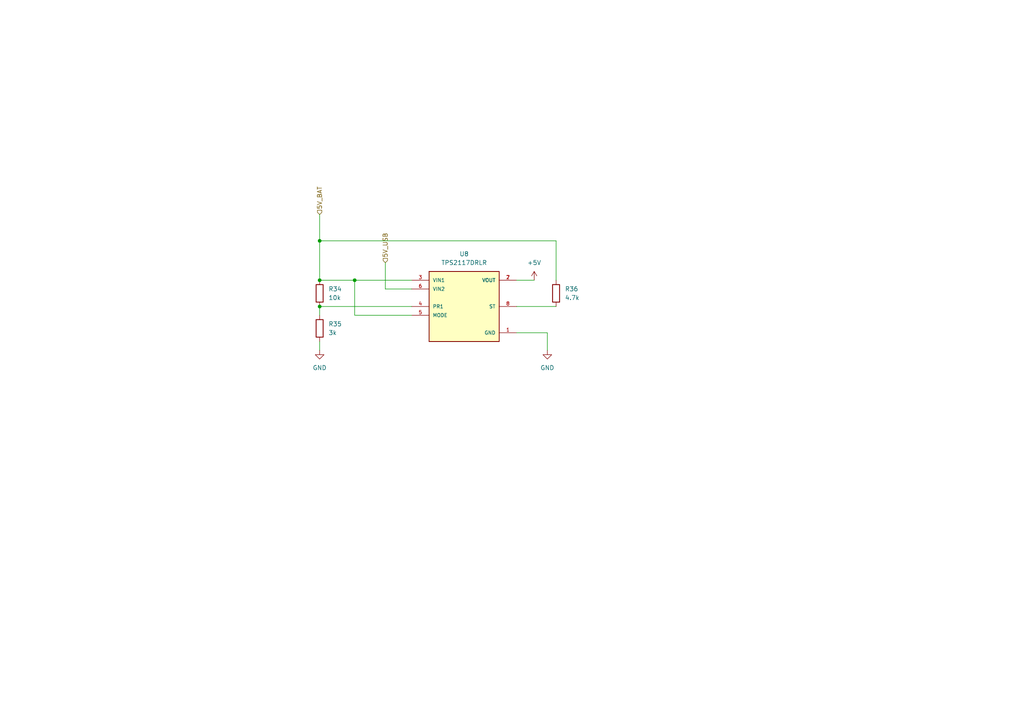
<source format=kicad_sch>
(kicad_sch (version 20231120) (generator "eeschema") (generator_version "8.0")
  (paper "A4")
  (lib_symbols
    (symbol "Device:R" (pin_numbers hide) (pin_names (offset 0))
      (property "Reference" "R" (at 2.032 0 90))
      (property "Value" "R" (at 0 0 90))
      (symbol "R_0_1"
        (rectangle (start -1.016 -2.54) (end 1.016 2.54) (stroke (width 0.254)))
      )
      (symbol "R_1_1"
        (pin passive line (at 0 3.81 270) (length 1.27) (name "~") (number "1"))
        (pin passive line (at 0 -3.81 90) (length 1.27) (name "~") (number "2"))
      )
    )
    (symbol "TPS2117DRLR:TPS2117DRLR" (pin_names (offset 1.016))
      (property "Reference" "U" (at -10.16 10.922 0))
      (property "Value" "TPS2117DRLR" (at -10.16 -12.7 0))
      (symbol "TPS2117DRLR_0_0"
        (rectangle (start -10.16 -10.16) (end 10.16 10.16) (stroke (width 0.254)) (fill (type background)))
        (pin power_in line (at 15.24 -7.62 180) (length 5.08) (name "GND") (number "1"))
        (pin output line (at 15.24 7.62 180) (length 5.08) (name "VOUT") (number "2"))
        (pin input line (at -15.24 7.62 0) (length 5.08) (name "VIN1") (number "3"))
        (pin input line (at -15.24 0 0) (length 5.08) (name "PR1") (number "4"))
        (pin input line (at -15.24 -2.54 0) (length 5.08) (name "MODE") (number "5"))
        (pin input line (at -15.24 5.08 0) (length 5.08) (name "VIN2") (number "6"))
        (pin output line (at 15.24 7.62 180) (length 5.08) (name "VOUT") (number "7"))
        (pin output line (at 15.24 0 180) (length 5.08) (name "ST") (number "8"))
      )
    )
    (symbol "power:+5V" (power) (pin_numbers hide) (pin_names (offset 0) hide)
      (property "Value" "+5V" (at 0 3.556 0))
      (symbol "+5V_0_1"
        (polyline (pts (xy -0.762 1.27) (xy 0 2.54)))
        (polyline (pts (xy 0 0) (xy 0 2.54)))
        (polyline (pts (xy 0 2.54) (xy 0.762 1.27)))
      )
      (symbol "+5V_1_1"
        (pin power_in line (at 0 0 90) (length 0) (name "~") (number "1"))
      )
    )
    (symbol "power:GND" (power) (pin_numbers hide) (pin_names (offset 0) hide)
      (property "Value" "GND" (at 0 -3.81 0))
      (symbol "GND_0_1"
        (polyline (pts (xy 0 0) (xy 0 -1.27) (xy 1.27 -1.27) (xy 0 -2.54) (xy -1.27 -1.27) (xy 0 -1.27)))
      )
      (symbol "GND_1_1"
        (pin power_in line (at 0 0 270) (length 0) (name "~") (number "1"))
      )
    )
  )
  (junction (at 92.71 88.9))
  (junction (at 92.71 81.28))
  (junction (at 102.87 81.28))
  (junction (at 92.71 69.85))
  (wire (pts (xy 158.75 96.52) (xy 149.86 96.52)))
  (wire (pts (xy 119.38 91.44) (xy 102.87 91.44)))
  (wire (pts (xy 92.71 99.06) (xy 92.71 101.6)))
  (wire (pts (xy 149.86 81.28) (xy 154.94 81.28)))
  (wire (pts (xy 158.75 96.52) (xy 158.75 101.6)))
  (wire (pts (xy 102.87 91.44) (xy 102.87 81.28)))
  (wire (pts (xy 102.87 81.28) (xy 92.71 81.28)))
  (wire (pts (xy 161.29 81.28) (xy 161.29 69.85)))
  (wire (pts (xy 92.71 69.85) (xy 92.71 81.28)))
  (wire (pts (xy 119.38 81.28) (xy 102.87 81.28)))
  (wire (pts (xy 92.71 88.9) (xy 119.38 88.9)))
  (wire (pts (xy 92.71 88.9) (xy 92.71 91.44)))
  (wire (pts (xy 119.38 83.82) (xy 111.76 83.82)))
  (wire (pts (xy 111.76 76.2) (xy 111.76 83.82)))
  (wire (pts (xy 161.29 69.85) (xy 92.71 69.85)))
  (wire (pts (xy 92.71 62.23) (xy 92.71 69.85)))
  (wire (pts (xy 149.86 88.9) (xy 161.29 88.9)))
  (hierarchical_label "5V_USB" (shape input) (at 111.76 76.2 90))
  (hierarchical_label "5V_BAT" (shape input) (at 92.71 62.23 90))
  (symbol (lib_id "power:+5V") (at 154.94 81.28 0) (unit 1)
    (property "Reference" "#PWR067" (effects (hide yes)))
    (property "Value" "+5V" (at 154.94 76.2 0))
    (property "Description" "Power symbol creates a global label with name \"+5V\"" (effects (hide yes)))
  )
  (symbol (lib_id "power:GND") (at 92.71 101.6 0) (unit 1)
    (property "Reference" "#PWR066" (effects (hide yes)))
    (property "Value" "GND" (at 92.71 106.68 0))
    (property "Description" "Power symbol creates a global label with name \"GND\" , ground" (effects (hide yes)))
  )
  (symbol (lib_id "power:GND") (at 158.75 101.6 0) (unit 1)
    (property "Reference" "#PWR068" (effects (hide yes)))
    (property "Value" "GND" (at 158.75 106.68 0))
    (property "Description" "Power symbol creates a global label with name \"GND\" , ground" (effects (hide yes)))
  )
  (symbol (lib_id "Device:R") (at 92.71 95.25 0) (unit 1)
    (property "Reference" "R35" (at 95.25 93.9799 0) (effects (justify left)))
    (property "Value" "3k" (at 95.25 96.5199 0) (effects (justify left)))
    (property "Footprint" "Resistor_SMD:R_0402_1005Metric" (effects (hide yes)))
    (property "Description" "Resistor" (effects (hide yes)))
    (property "DigiKey" "  3372-CR0402JC3KS001TR-ND" (effects (hide yes)))
  )
  (symbol (lib_id "TPS2117DRLR:TPS2117DRLR") (at 134.62 88.9 0) (unit 1)
    (property "Reference" "U8" (at 134.62 73.66 0))
    (property "Value" "TPS2117DRLR" (at 134.62 76.2 0))
    (property "Footprint" "mergened_footprints:SOTFL50P160X60-8N" (effects (hide yes)))
    (property "MF" "Texas Instruments" (effects (hide yes)))
    (property "MAXIMUM_PACKAGE_HEIGHT" "0.6mm" (effects (hide yes)))
    (property "Package" "SOT-583 Texas Instruments" (effects (hide yes)))
    (property "Price" "None" (effects (hide yes)))
    (property "Check_prices" "https://www.snapeda.com/parts/TPS2117DRLR/Texas+Instruments/view-part/?ref=eda" (effects (hide yes)))
    (property "STANDARD" "IPC-7351B" (effects (hide yes)))
    (property "PARTREV" "A" (effects (hide yes)))
    (property "SnapEDA_Link" "https://www.snapeda.com/parts/TPS2117DRLR/Texas+Instruments/view-part/?ref=snap" (effects (hide yes)))
    (property "MP" "TPS2117DRLR" (effects (hide yes)))
    (property "Description_1" "\n                        \n                            1.6-V to 5.5-V, 20-mΩ, 4-A low IQ power multiplexer with manual and priority switchover\n                        \n" (effects (hide yes)))
    (property "Availability" "In Stock" (effects (hide yes)))
    (property "MANUFACTURER" "Texas Instruments" (effects (hide yes)))
    (property "DigiKey" "TPS2117DRLR" (effects (hide yes)))
  )
  (symbol (lib_id "Device:R") (at 92.71 85.09 0) (unit 1)
    (property "Reference" "R34" (at 95.25 83.8199 0) (effects (justify left)))
    (property "Value" "10k" (at 95.25 86.3599 0) (effects (justify left)))
    (property "Footprint" "Resistor_SMD:R_0402_1005Metric" (effects (hide yes)))
    (property "Description" "Resistor" (effects (hide yes)))
    (property "DigiKey" "  311-10KJRTR-ND" (effects (hide yes)))
  )
  (symbol (lib_id "Device:R") (at 161.29 85.09 0) (unit 1)
    (property "Reference" "R36" (at 163.83 83.8199 0) (effects (justify left)))
    (property "Value" "4.7k" (at 163.83 86.3599 0) (effects (justify left)))
    (property "Footprint" "Resistor_SMD:R_0402_1005Metric" (effects (hide yes)))
    (property "Description" "Resistor" (effects (hide yes)))
    (property "DigiKey" "311-4.7KJRTR-ND" (effects (hide yes)))
  )
)
</source>
